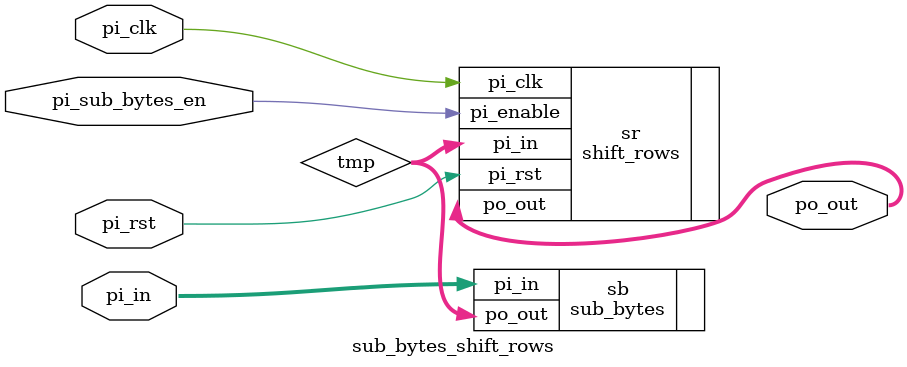
<source format=v>
module sub_bytes_shift_rows (
    // input ports
    input pi_clk,
    input pi_rst,
    input [127:0] pi_in,
    input pi_sub_bytes_en,
    // output ports
    output [127:0] po_out
);

    // internal signal
wire [127:0] tmp;

sub_bytes sb (.pi_in(pi_in), .po_out(tmp));

shift_rows sr (.pi_clk(pi_clk), .pi_rst(pi_rst), .pi_in(tmp), .pi_enable(pi_sub_bytes_en), .po_out(po_out));

endmodule
</source>
